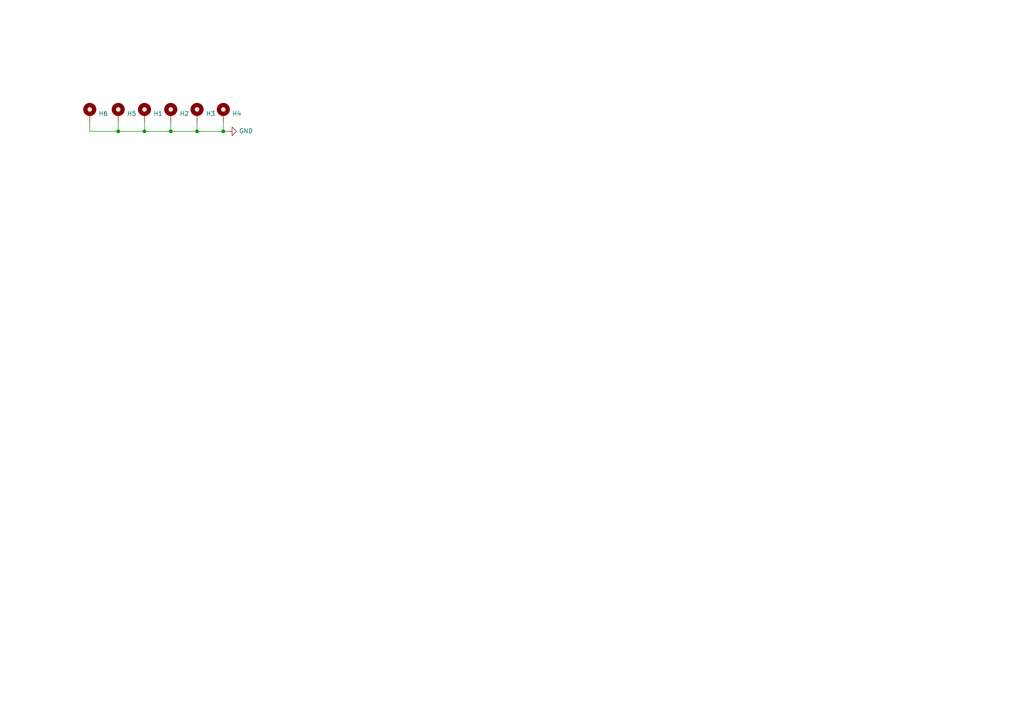
<source format=kicad_sch>
(kicad_sch (version 20211123) (generator eeschema)
  (paper "A4")
  (lib_symbols
    (symbol "Mechanical:MountingHole_Pad" (pin_numbers hide) (pin_names (offset 1.016) hide)
      (property "Reference" "H" (at 0 6.35 0))
      (property "Value" "MountingHole_Pad" (at 0 4.445 0))
      (symbol "MountingHole_Pad_0_1"
        (circle (center 0 1.27) (radius 1.27) (stroke (width 1.27)))
      )
      (symbol "MountingHole_Pad_1_1"
        (pin input line (at 0 -2.54 90) (length 2.54) (name "1") (number "1"))
      )
    )
    (symbol "power:GND" (power) (pin_names (offset 0))
      (property "Value" "GND" (at 0 -3.81 0))
      (symbol "GND_0_1"
        (polyline (pts (xy 0 0) (xy 0 -1.27) (xy 1.27 -1.27) (xy 0 -2.54) (xy -1.27 -1.27) (xy 0 -1.27)))
      )
      (symbol "GND_1_1"
        (pin power_in line (at 0 0 270) (length 0) hide (name "GND") (number "1"))
      )
    )
  )
  (junction (at 41.91 38.1))
  (junction (at 64.77 38.1))
  (junction (at 49.53 38.1))
  (junction (at 57.15 38.1))
  (junction (at 34.29 38.1))
  (wire (pts (xy 41.91 38.1) (xy 34.29 38.1)))
  (wire (pts (xy 41.91 35.56) (xy 41.91 38.1)))
  (wire (pts (xy 64.77 38.1) (xy 66.04 38.1)))
  (wire (pts (xy 64.77 35.56) (xy 64.77 38.1)))
  (wire (pts (xy 34.29 38.1) (xy 26.035 38.1)))
  (wire (pts (xy 49.53 38.1) (xy 57.15 38.1)))
  (wire (pts (xy 26.035 38.1) (xy 26.035 35.56)))
  (wire (pts (xy 41.91 38.1) (xy 49.53 38.1)))
  (wire (pts (xy 57.15 35.56) (xy 57.15 38.1)))
  (wire (pts (xy 49.53 35.56) (xy 49.53 38.1)))
  (wire (pts (xy 34.29 35.56) (xy 34.29 38.1)))
  (wire (pts (xy 57.15 38.1) (xy 64.77 38.1)))
  (symbol (lib_id "Mechanical:MountingHole_Pad") (at 41.91 33.02 0) (unit 1)
    (property "Reference" "H1" (at 44.45 32.9438 0) (effects (justify left)))
    (property "Value" "MountingHole_Pad" (effects hide))
    (property "Footprint" "MountingHole:MountingHole_2.2mm_M2" (effects hide))
  )
  (symbol (lib_id "Mechanical:MountingHole_Pad") (at 49.53 33.02 0) (unit 1)
    (property "Reference" "H2" (at 52.07 32.9438 0) (effects (justify left)))
    (property "Value" "MountingHole_Pad" (effects hide))
    (property "Footprint" "MountingHole:MountingHole_2.2mm_M2" (effects hide))
  )
  (symbol (lib_id "Mechanical:MountingHole_Pad") (at 57.15 33.02 0) (unit 1)
    (property "Reference" "H3" (at 59.69 32.9438 0) (effects (justify left)))
    (property "Value" "MountingHole_Pad" (effects hide))
    (property "Footprint" "MountingHole:MountingHole_2.2mm_M2" (effects hide))
  )
  (symbol (lib_id "Mechanical:MountingHole_Pad") (at 64.77 33.02 0) (unit 1)
    (property "Reference" "H4" (at 67.31 32.9438 0) (effects (justify left)))
    (property "Value" "MountingHole_Pad" (effects hide))
    (property "Footprint" "MountingHole:MountingHole_2.2mm_M2" (effects hide))
  )
  (symbol (lib_id "power:GND") (at 66.04 38.1 90) (unit 1)
    (property "Reference" "#PWR01" (effects hide))
    (property "Value" "GND" (at 69.2912 37.973 90) (effects (justify right)))
  )
  (symbol (lib_id "Mechanical:MountingHole_Pad") (at 34.29 33.02 0) (unit 1)
    (property "Reference" "H5" (at 36.83 32.9438 0) (effects (justify left)))
    (property "Value" "MountingHole_Pad" (effects hide))
    (property "Footprint" "MountingHole:MountingHole_2.2mm_M2" (effects hide))
  )
  (symbol (lib_id "Mechanical:MountingHole_Pad") (at 26.035 33.02 0) (unit 1)
    (property "Reference" "H6" (at 28.575 32.9438 0) (effects (justify left)))
    (property "Value" "MountingHole_Pad" (effects hide))
    (property "Footprint" "MountingHole:MountingHole_2.2mm_M2" (effects hide))
  )
)
</source>
